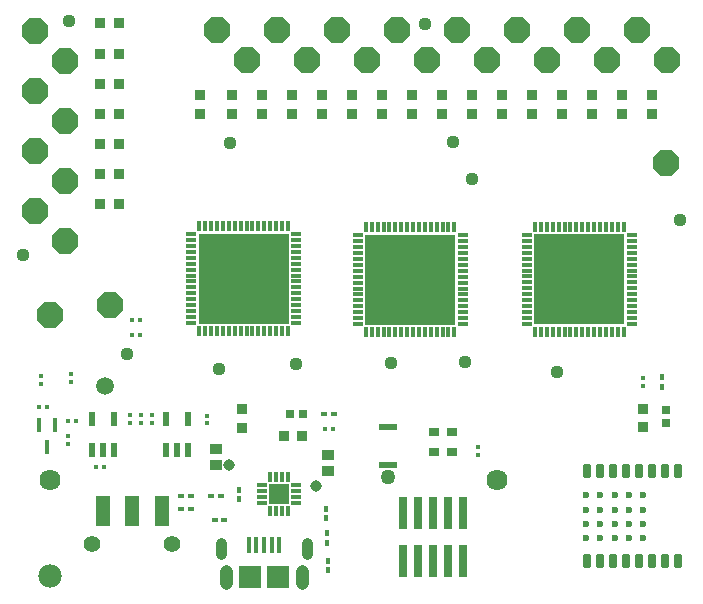
<source format=gbr>
G04 EAGLE Gerber RS-274X export*
G75*
%MOMM*%
%FSLAX34Y34*%
%LPD*%
%INSoldermask Top*%
%IPPOS*%
%AMOC8*
5,1,8,0,0,1.08239X$1,22.5*%
G01*
%ADD10R,0.420000X0.460000*%
%ADD11R,0.460000X0.420000*%
%ADD12R,1.020000X0.870000*%
%ADD13P,2.336880X8X22.500000*%
%ADD14R,0.300000X0.850000*%
%ADD15R,0.850000X0.300000*%
%ADD16R,7.700000X7.700000*%
%ADD17R,0.740000X2.795000*%
%ADD18R,0.700000X0.700000*%
%ADD19R,0.950000X0.950000*%
%ADD20R,0.950000X0.900000*%
%ADD21R,0.900000X0.950000*%
%ADD22R,0.400000X0.625000*%
%ADD23R,0.420000X0.440000*%
%ADD24R,1.500000X0.550000*%
%ADD25C,0.345000*%
%ADD26C,0.600000*%
%ADD27R,0.558800X1.270000*%
%ADD28R,0.812800X0.304800*%
%ADD29R,0.304800X0.812800*%
%ADD30R,1.701800X1.701800*%
%ADD31R,0.440000X0.420000*%
%ADD32R,0.625000X0.400000*%
%ADD33R,1.200000X2.500000*%
%ADD34C,1.400000*%
%ADD35R,0.400000X1.350000*%
%ADD36R,1.900000X1.900000*%
%ADD37C,0.910000*%
%ADD38C,1.065000*%
%ADD39R,0.850000X0.650000*%
%ADD40C,1.785000*%
%ADD41C,1.980000*%
%ADD42R,0.400000X1.200000*%
%ADD43C,1.125000*%
%ADD44C,1.500000*%
%ADD45C,0.975000*%
%ADD46C,1.275000*%


D10*
X-201930Y132336D03*
X-201930Y138936D03*
D11*
X-518416Y122174D03*
X-525016Y122174D03*
D10*
X-478028Y159006D03*
X-478028Y165606D03*
D12*
X-328422Y131768D03*
X-328422Y118168D03*
X-423418Y137102D03*
X-423418Y123502D03*
D10*
X-496316Y165606D03*
X-496316Y159006D03*
D11*
X-541784Y161036D03*
X-548384Y161036D03*
D13*
X-41910Y466598D03*
X-67310Y491998D03*
X-295910Y466598D03*
X-321310Y491998D03*
X-346710Y466598D03*
X-372110Y491998D03*
X-397510Y466598D03*
X-422910Y491998D03*
X-576834Y491236D03*
X-551434Y465836D03*
X-576834Y440436D03*
X-551434Y415036D03*
X-92710Y466598D03*
X-576834Y389636D03*
X-551434Y364236D03*
X-576834Y338836D03*
X-551434Y313436D03*
X-118110Y491998D03*
X-143510Y466598D03*
X-168910Y491998D03*
X-194310Y466598D03*
X-219710Y491998D03*
X-245110Y466598D03*
X-270510Y491998D03*
D14*
X-437550Y236932D03*
X-432550Y236932D03*
X-427550Y236932D03*
X-422550Y236932D03*
X-417550Y236932D03*
X-412550Y236932D03*
X-407550Y236932D03*
X-402550Y236932D03*
X-397550Y236932D03*
X-392550Y236932D03*
X-387550Y236932D03*
X-382550Y236932D03*
X-377550Y236932D03*
X-372550Y236932D03*
X-367550Y236932D03*
X-362550Y236932D03*
D15*
X-355550Y243932D03*
X-355550Y248932D03*
X-355550Y253932D03*
X-355550Y258932D03*
X-355550Y263932D03*
X-355550Y268932D03*
X-355550Y273932D03*
X-355550Y278932D03*
X-355550Y283932D03*
X-355550Y288932D03*
X-355550Y293932D03*
X-355550Y298932D03*
X-355550Y303932D03*
X-355550Y308932D03*
X-355550Y313932D03*
X-355550Y318932D03*
D14*
X-362550Y325932D03*
X-367550Y325932D03*
X-372550Y325932D03*
X-377550Y325932D03*
X-382550Y325932D03*
X-387550Y325932D03*
X-392550Y325932D03*
X-397550Y325932D03*
X-402550Y325932D03*
X-407550Y325932D03*
X-412550Y325932D03*
X-417550Y325932D03*
X-422550Y325932D03*
X-427550Y325932D03*
X-432550Y325932D03*
X-437550Y325932D03*
D15*
X-444550Y318932D03*
X-444550Y313932D03*
X-444550Y308932D03*
X-444550Y303932D03*
X-444550Y298932D03*
X-444550Y293932D03*
X-444550Y288932D03*
X-444550Y283932D03*
X-444550Y278932D03*
X-444550Y273932D03*
X-444550Y268932D03*
X-444550Y263932D03*
X-444550Y258932D03*
X-444550Y253932D03*
X-444550Y248932D03*
X-444550Y243932D03*
D16*
X-400050Y281432D03*
D14*
X-153324Y236170D03*
X-148324Y236170D03*
X-143324Y236170D03*
X-138324Y236170D03*
X-133324Y236170D03*
X-128324Y236170D03*
X-123324Y236170D03*
X-118324Y236170D03*
X-113324Y236170D03*
X-108324Y236170D03*
X-103324Y236170D03*
X-98324Y236170D03*
X-93324Y236170D03*
X-88324Y236170D03*
X-83324Y236170D03*
X-78324Y236170D03*
D15*
X-71324Y243170D03*
X-71324Y248170D03*
X-71324Y253170D03*
X-71324Y258170D03*
X-71324Y263170D03*
X-71324Y268170D03*
X-71324Y273170D03*
X-71324Y278170D03*
X-71324Y283170D03*
X-71324Y288170D03*
X-71324Y293170D03*
X-71324Y298170D03*
X-71324Y303170D03*
X-71324Y308170D03*
X-71324Y313170D03*
X-71324Y318170D03*
D14*
X-78324Y325170D03*
X-83324Y325170D03*
X-88324Y325170D03*
X-93324Y325170D03*
X-98324Y325170D03*
X-103324Y325170D03*
X-108324Y325170D03*
X-113324Y325170D03*
X-118324Y325170D03*
X-123324Y325170D03*
X-128324Y325170D03*
X-133324Y325170D03*
X-138324Y325170D03*
X-143324Y325170D03*
X-148324Y325170D03*
X-153324Y325170D03*
D15*
X-160324Y318170D03*
X-160324Y313170D03*
X-160324Y308170D03*
X-160324Y303170D03*
X-160324Y298170D03*
X-160324Y293170D03*
X-160324Y288170D03*
X-160324Y283170D03*
X-160324Y278170D03*
X-160324Y273170D03*
X-160324Y268170D03*
X-160324Y263170D03*
X-160324Y258170D03*
X-160324Y253170D03*
X-160324Y248170D03*
X-160324Y243170D03*
D16*
X-115824Y280670D03*
D14*
X-296580Y235916D03*
X-291580Y235916D03*
X-286580Y235916D03*
X-281580Y235916D03*
X-276580Y235916D03*
X-271580Y235916D03*
X-266580Y235916D03*
X-261580Y235916D03*
X-256580Y235916D03*
X-251580Y235916D03*
X-246580Y235916D03*
X-241580Y235916D03*
X-236580Y235916D03*
X-231580Y235916D03*
X-226580Y235916D03*
X-221580Y235916D03*
D15*
X-214580Y242916D03*
X-214580Y247916D03*
X-214580Y252916D03*
X-214580Y257916D03*
X-214580Y262916D03*
X-214580Y267916D03*
X-214580Y272916D03*
X-214580Y277916D03*
X-214580Y282916D03*
X-214580Y287916D03*
X-214580Y292916D03*
X-214580Y297916D03*
X-214580Y302916D03*
X-214580Y307916D03*
X-214580Y312916D03*
X-214580Y317916D03*
D14*
X-221580Y324916D03*
X-226580Y324916D03*
X-231580Y324916D03*
X-236580Y324916D03*
X-241580Y324916D03*
X-246580Y324916D03*
X-251580Y324916D03*
X-256580Y324916D03*
X-261580Y324916D03*
X-266580Y324916D03*
X-271580Y324916D03*
X-276580Y324916D03*
X-281580Y324916D03*
X-286580Y324916D03*
X-291580Y324916D03*
X-296580Y324916D03*
D15*
X-303580Y317916D03*
X-303580Y312916D03*
X-303580Y307916D03*
X-303580Y302916D03*
X-303580Y297916D03*
X-303580Y292916D03*
X-303580Y287916D03*
X-303580Y282916D03*
X-303580Y277916D03*
X-303580Y272916D03*
X-303580Y267916D03*
X-303580Y262916D03*
X-303580Y257916D03*
X-303580Y252916D03*
X-303580Y247916D03*
X-303580Y242916D03*
D16*
X-259080Y280416D03*
D17*
X-214376Y83063D03*
X-214376Y42413D03*
X-227076Y83063D03*
X-227076Y42413D03*
X-239776Y83063D03*
X-239776Y42413D03*
X-252476Y83063D03*
X-252476Y42413D03*
X-265176Y83063D03*
X-265176Y42413D03*
D18*
X-42672Y159092D03*
X-42672Y170092D03*
D19*
X-61976Y155822D03*
X-61976Y170822D03*
D20*
X-54610Y436498D03*
X-54610Y420498D03*
X-80010Y436498D03*
X-80010Y420498D03*
X-105410Y436498D03*
X-105410Y420498D03*
X-130810Y436498D03*
X-130810Y420498D03*
X-156210Y436498D03*
X-156210Y420498D03*
X-181610Y436498D03*
X-181610Y420498D03*
X-207010Y436498D03*
X-207010Y420498D03*
X-232410Y436498D03*
X-232410Y420498D03*
X-257810Y436498D03*
X-257810Y420498D03*
X-283210Y436498D03*
X-283210Y420498D03*
X-308610Y436498D03*
X-308610Y420498D03*
X-334010Y436498D03*
X-334010Y420498D03*
X-359410Y436498D03*
X-359410Y420498D03*
X-384810Y436498D03*
X-384810Y420498D03*
X-410210Y436498D03*
X-410210Y420498D03*
X-436626Y436498D03*
X-436626Y420498D03*
D21*
X-521334Y498094D03*
X-505334Y498094D03*
X-521334Y471678D03*
X-505334Y471678D03*
X-521334Y446278D03*
X-505334Y446278D03*
X-521334Y420878D03*
X-505334Y420878D03*
X-521334Y395478D03*
X-505334Y395478D03*
X-521334Y370078D03*
X-505334Y370078D03*
X-521334Y344678D03*
X-505334Y344678D03*
D22*
X-328930Y42474D03*
X-328930Y34234D03*
X-329184Y65842D03*
X-329184Y57602D03*
D23*
X-61722Y190402D03*
X-61722Y197202D03*
D22*
X-46228Y189682D03*
X-46228Y197922D03*
D13*
X-42418Y378968D03*
D24*
X-278130Y155950D03*
X-278130Y123450D03*
D13*
X-564388Y250444D03*
D25*
X-30215Y122689D02*
X-30215Y114239D01*
X-33665Y114239D01*
X-33665Y122689D01*
X-30215Y122689D01*
X-30215Y117516D02*
X-33665Y117516D01*
X-33665Y120793D02*
X-30215Y120793D01*
X-44665Y122689D02*
X-44665Y114239D01*
X-44665Y122689D02*
X-41215Y122689D01*
X-41215Y114239D01*
X-44665Y114239D01*
X-44665Y117516D02*
X-41215Y117516D01*
X-41215Y120793D02*
X-44665Y120793D01*
X-55665Y122689D02*
X-55665Y114239D01*
X-55665Y122689D02*
X-52215Y122689D01*
X-52215Y114239D01*
X-55665Y114239D01*
X-55665Y117516D02*
X-52215Y117516D01*
X-52215Y120793D02*
X-55665Y120793D01*
X-66665Y122689D02*
X-66665Y114239D01*
X-66665Y122689D02*
X-63215Y122689D01*
X-63215Y114239D01*
X-66665Y114239D01*
X-66665Y117516D02*
X-63215Y117516D01*
X-63215Y120793D02*
X-66665Y120793D01*
X-77665Y122689D02*
X-77665Y114239D01*
X-77665Y122689D02*
X-74215Y122689D01*
X-74215Y114239D01*
X-77665Y114239D01*
X-77665Y117516D02*
X-74215Y117516D01*
X-74215Y120793D02*
X-77665Y120793D01*
X-88665Y122689D02*
X-88665Y114239D01*
X-88665Y122689D02*
X-85215Y122689D01*
X-85215Y114239D01*
X-88665Y114239D01*
X-88665Y117516D02*
X-85215Y117516D01*
X-85215Y120793D02*
X-88665Y120793D01*
X-99665Y122689D02*
X-99665Y114239D01*
X-99665Y122689D02*
X-96215Y122689D01*
X-96215Y114239D01*
X-99665Y114239D01*
X-99665Y117516D02*
X-96215Y117516D01*
X-96215Y120793D02*
X-99665Y120793D01*
X-110665Y122689D02*
X-110665Y114239D01*
X-110665Y122689D02*
X-107215Y122689D01*
X-107215Y114239D01*
X-110665Y114239D01*
X-110665Y117516D02*
X-107215Y117516D01*
X-107215Y120793D02*
X-110665Y120793D01*
X-110665Y46289D02*
X-110665Y37839D01*
X-110665Y46289D02*
X-107215Y46289D01*
X-107215Y37839D01*
X-110665Y37839D01*
X-110665Y41116D02*
X-107215Y41116D01*
X-107215Y44393D02*
X-110665Y44393D01*
X-99665Y46289D02*
X-99665Y37839D01*
X-99665Y46289D02*
X-96215Y46289D01*
X-96215Y37839D01*
X-99665Y37839D01*
X-99665Y41116D02*
X-96215Y41116D01*
X-96215Y44393D02*
X-99665Y44393D01*
X-88665Y46289D02*
X-88665Y37839D01*
X-88665Y46289D02*
X-85215Y46289D01*
X-85215Y37839D01*
X-88665Y37839D01*
X-88665Y41116D02*
X-85215Y41116D01*
X-85215Y44393D02*
X-88665Y44393D01*
X-77665Y46289D02*
X-77665Y37839D01*
X-77665Y46289D02*
X-74215Y46289D01*
X-74215Y37839D01*
X-77665Y37839D01*
X-77665Y41116D02*
X-74215Y41116D01*
X-74215Y44393D02*
X-77665Y44393D01*
X-66665Y46289D02*
X-66665Y37839D01*
X-66665Y46289D02*
X-63215Y46289D01*
X-63215Y37839D01*
X-66665Y37839D01*
X-66665Y41116D02*
X-63215Y41116D01*
X-63215Y44393D02*
X-66665Y44393D01*
X-55665Y46289D02*
X-55665Y37839D01*
X-55665Y46289D02*
X-52215Y46289D01*
X-52215Y37839D01*
X-55665Y37839D01*
X-55665Y41116D02*
X-52215Y41116D01*
X-52215Y44393D02*
X-55665Y44393D01*
X-44665Y46289D02*
X-44665Y37839D01*
X-44665Y46289D02*
X-41215Y46289D01*
X-41215Y37839D01*
X-44665Y37839D01*
X-44665Y41116D02*
X-41215Y41116D01*
X-41215Y44393D02*
X-44665Y44393D01*
X-33665Y46289D02*
X-33665Y37839D01*
X-33665Y46289D02*
X-30215Y46289D01*
X-30215Y37839D01*
X-33665Y37839D01*
X-33665Y41116D02*
X-30215Y41116D01*
X-30215Y44393D02*
X-33665Y44393D01*
D26*
X-109930Y97764D03*
X-109930Y85764D03*
X-109930Y73764D03*
X-109930Y61764D03*
X-97930Y97764D03*
X-97930Y85764D03*
X-97930Y73764D03*
X-97930Y61764D03*
X-85930Y97764D03*
X-85930Y85764D03*
X-85930Y73764D03*
X-85930Y61764D03*
X-73930Y97764D03*
X-73930Y85764D03*
X-73930Y73764D03*
X-73930Y61764D03*
X-61930Y97764D03*
X-61930Y85764D03*
X-61930Y73764D03*
X-61930Y61764D03*
D27*
X-528828Y136652D03*
X-519430Y136652D03*
X-510032Y136652D03*
X-510032Y162560D03*
X-528828Y162560D03*
D28*
X-355346Y91440D03*
X-355346Y96520D03*
X-355346Y101600D03*
X-355346Y106680D03*
D29*
X-362458Y113792D03*
X-367538Y113792D03*
X-372618Y113792D03*
X-377698Y113792D03*
D28*
X-384810Y106680D03*
X-384810Y101600D03*
X-384810Y96520D03*
X-384810Y91440D03*
D29*
X-377698Y84328D03*
X-372618Y84328D03*
X-367538Y84328D03*
X-362458Y84328D03*
D30*
X-370078Y99060D03*
D18*
X-360592Y166878D03*
X-349592Y166878D03*
D19*
X-365640Y147828D03*
X-350640Y147828D03*
D31*
X-331314Y153924D03*
X-324514Y153924D03*
D32*
X-332034Y167132D03*
X-323794Y167132D03*
D33*
X-519284Y84422D03*
X-494284Y84422D03*
X-469284Y84422D03*
D34*
X-528284Y56922D03*
X-460284Y56922D03*
D35*
X-369778Y55452D03*
D36*
X-394778Y28702D03*
X-370778Y28702D03*
D35*
X-395778Y55452D03*
X-389278Y55452D03*
X-382778Y55452D03*
X-376278Y55452D03*
D37*
X-418928Y57252D02*
X-418928Y48152D01*
X-346628Y48152D02*
X-346628Y57252D01*
D38*
X-350228Y34027D02*
X-350228Y23377D01*
X-415328Y23377D02*
X-415328Y34027D01*
D39*
X-238890Y151252D03*
X-238890Y134752D03*
X-223390Y134752D03*
X-223390Y151252D03*
D40*
X-563626Y110490D03*
X-185426Y110490D03*
D41*
X-563626Y29490D03*
D27*
X-465582Y136652D03*
X-456184Y136652D03*
X-446786Y136652D03*
X-446786Y162560D03*
X-465582Y162560D03*
D10*
X-431292Y158752D03*
X-431292Y165352D03*
X-486918Y159006D03*
X-486918Y165606D03*
D32*
X-444698Y86614D03*
X-452938Y86614D03*
D22*
X-403860Y102672D03*
X-403860Y94432D03*
X-329946Y86670D03*
X-329946Y78430D03*
D32*
X-427538Y97028D03*
X-419298Y97028D03*
X-452938Y97028D03*
X-444698Y97028D03*
X-424490Y77216D03*
X-416250Y77216D03*
D20*
X-401066Y170560D03*
X-401066Y154560D03*
D42*
X-559920Y157836D03*
X-572920Y157836D03*
X-566420Y138836D03*
D23*
X-572008Y199234D03*
X-572008Y192434D03*
D11*
X-566422Y172466D03*
X-573022Y172466D03*
D10*
X-548640Y141734D03*
X-548640Y148334D03*
D23*
X-545846Y193704D03*
X-545846Y200504D03*
D31*
X-494382Y233426D03*
X-487582Y233426D03*
D13*
X-513080Y259334D03*
D11*
X-487936Y246380D03*
X-494536Y246380D03*
D43*
X-411988Y396240D03*
X-207010Y366014D03*
X-223012Y397256D03*
X-586486Y301752D03*
X-30480Y330708D03*
X-246126Y497078D03*
X-547624Y499872D03*
X-498602Y217170D03*
X-420878Y204724D03*
X-355600Y209296D03*
X-275336Y210058D03*
X-212852Y210820D03*
X-134366Y202184D03*
D44*
X-517652Y190500D03*
D45*
X-338836Y105664D03*
X-412743Y123502D03*
D46*
X-278130Y113284D03*
M02*

</source>
